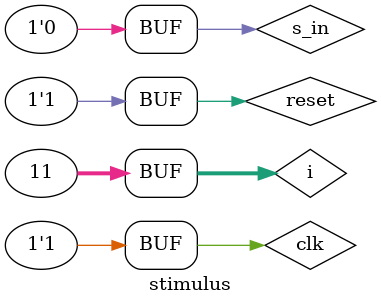
<source format=sv>
`timescale 1ns / 1ps
module stimulus;
	// Inputs
	reg clk ;
	reg reset;
	// Outputs
	reg s_in;
	wire s_out;
	// Instantiate the Unit Under Test (UUT)
	free_run_shift_reg  #(2) s1  (
		.clk(clk), 
		.reset(reset), 
		.s_in(s_in),
		.s_out(s_out)
	);
 
 integer i, j;
 initial 
 begin
 clk = 0;
 for(i =0; i<=40; i=i+1)
 begin
  #10 clk = ~clk;
 end
 end
 
initial 
begin
 
s_in = 0; reset =1;
#2 s_in = 0 ; reset = 0;
#2 reset =1;
 for(i =0; i<=10; i=i+1)
 begin
  #20 s_in = ~s_in;
end
#20 s_in =1;
#20 s_in = 1;
#20 s_in =0;
#20 s_in =1;
#20 s_in = 1;
#20 s_in =0;
#20 s_in =1;
#20 s_in = 1;
#20 s_in =0;
end  
 
		initial begin
		 $monitor("clk=%d s_in=%d,s_out=%d",clk,s_in, s_out);
		 end
 
endmodule


//end

</source>
